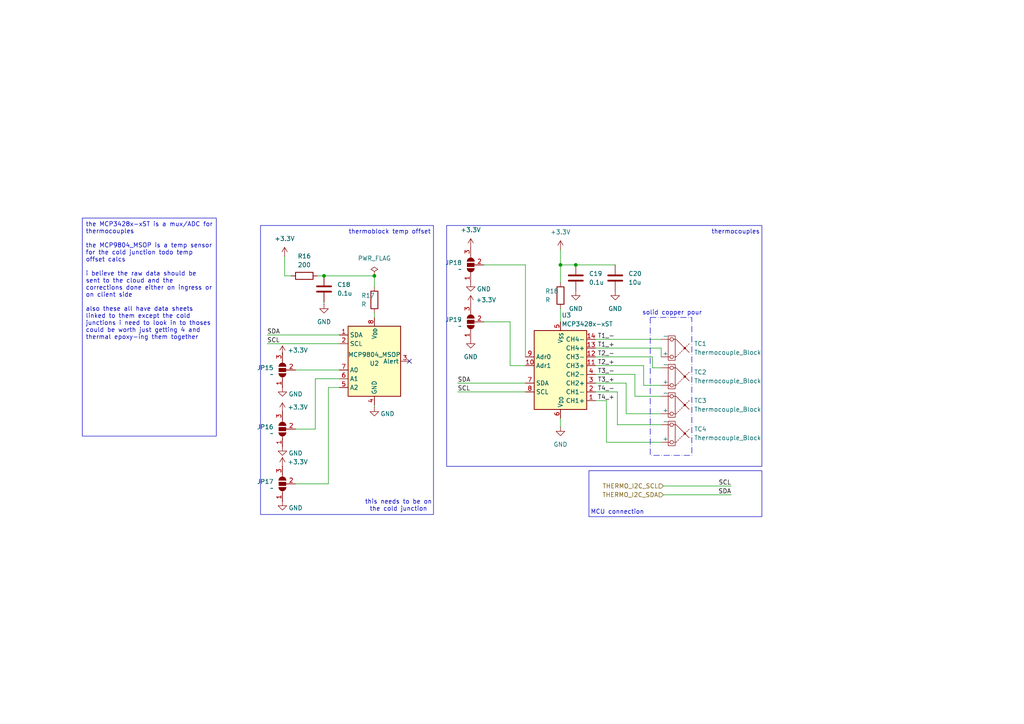
<source format=kicad_sch>
(kicad_sch (version 20231120) (generator "eeschema") (generator_version "8.0")
  (paper "A4")
  (lib_symbols
    (symbol "Analog_ADC:MCP3428x-xST"
      (property "Reference" "U" (at -6.35 11.43 0))
      (property "Value" "MCP3428x-xST" (at 1.27 11.43 0))
      (symbol "MCP3428x-xST_0_1"
        (rectangle (start -7.62 10.16) (end 7.62 -12.7) (stroke (width 0.254)) (fill (type background)))
      )
      (symbol "MCP3428x-xST_1_1"
        (pin input line (at -10.16 7.62 0) (length 2.54) (name "CH1+") (number "1"))
        (pin input line (at 10.16 -2.54 180) (length 2.54) (name "Adr1") (number "10"))
        (pin input line (at -10.16 -2.54 0) (length 2.54) (name "CH3+") (number "11"))
        (pin input line (at -10.16 -5.08 0) (length 2.54) (name "CH3-") (number "12"))
        (pin input line (at -10.16 -7.62 0) (length 2.54) (name "CH4+") (number "13"))
        (pin input line (at -10.16 -10.16 0) (length 2.54) (name "CH4-") (number "14"))
        (pin input line (at -10.16 5.08 0) (length 2.54) (name "CH1-") (number "2"))
        (pin input line (at -10.16 2.54 0) (length 2.54) (name "CH2+") (number "3"))
        (pin input line (at -10.16 0 0) (length 2.54) (name "CH2-") (number "4"))
        (pin power_in line (at 0 -15.24 90) (length 2.54) (name "V_{SS}") (number "5"))
        (pin power_in line (at 0 12.7 270) (length 2.54) (name "V_{DD}") (number "6"))
        (pin bidirectional line (at 10.16 2.54 180) (length 2.54) (name "SDA") (number "7"))
        (pin input line (at 10.16 5.08 180) (length 2.54) (name "SCL") (number "8"))
        (pin input line (at 10.16 -5.08 180) (length 2.54) (name "Adr0") (number "9"))
      )
    )
    (symbol "Device:C" (pin_numbers hide) (pin_names (offset 0.254))
      (property "Reference" "C" (at 0.635 2.54 0))
      (property "Value" "C" (at 0.635 -2.54 0))
      (symbol "C_0_1"
        (polyline (pts (xy -2.032 -0.762) (xy 2.032 -0.762)) (stroke (width 0.508)))
        (polyline (pts (xy -2.032 0.762) (xy 2.032 0.762)) (stroke (width 0.508)))
      )
      (symbol "C_1_1"
        (pin passive line (at 0 3.81 270) (length 2.794) (name "~") (number "1"))
        (pin passive line (at 0 -3.81 90) (length 2.794) (name "~") (number "2"))
      )
    )
    (symbol "Device:R" (pin_numbers hide) (pin_names (offset 0))
      (property "Reference" "R" (at 2.032 0 90))
      (property "Value" "R" (at 0 0 90))
      (symbol "R_0_1"
        (rectangle (start -1.016 -2.54) (end 1.016 2.54) (stroke (width 0.254)))
      )
      (symbol "R_1_1"
        (pin passive line (at 0 3.81 270) (length 1.27) (name "~") (number "1"))
        (pin passive line (at 0 -3.81 90) (length 1.27) (name "~") (number "2"))
      )
    )
    (symbol "Device:Thermocouple_Block" (pin_numbers hide) (pin_names (offset 0))
      (property "Reference" "TC" (at -3.048 3.81 0))
      (property "Value" "Thermocouple_Block" (at -5.08 -4.064 0))
      (symbol "Thermocouple_Block_0_1"
        (circle (center -1.778 0) (radius 0.254) (fill (type outline)))
        (polyline (pts (xy -2.794 -1.016) (xy -3.048 -1.27)))
        (polyline (pts (xy -2.286 -0.508) (xy -2.54 -0.762)))
        (polyline (pts (xy -1.778 0) (xy -2.032 -0.254)))
        (polyline (pts (xy -1.27 0.508) (xy -1.524 0.254)))
        (polyline (pts (xy -0.762 1.016) (xy -1.016 0.762)))
        (polyline (pts (xy -0.254 1.524) (xy -0.508 1.27)))
        (polyline (pts (xy 0.254 2.032) (xy 0 1.778)))
        (polyline (pts (xy 0.762 2.54) (xy 0.508 2.286)))
        (polyline (pts (xy 1.27 -2.54) (xy 1.016 -2.54)))
        (polyline (pts (xy 1.27 2.54) (xy 0.762 2.54)))
        (polyline (pts (xy 1.524 -2.54) (xy 0.762 -2.54) (xy -3.048 1.27)))
        (rectangle (start 1.016 3.556) (end 3.048 -3.556))
        (circle (center 2.032 -2.54) (radius 0.508))
        (circle (center 2.032 2.54) (radius 0.508))
      )
      (symbol "Thermocouple_Block_1_1"
        (pin passive line (at 5.08 2.54 180) (length 2.54) (name "+") (number "1"))
        (pin passive line (at 5.08 -2.54 180) (length 2.54) (name "-") (number "2"))
      )
    )
    (symbol "Jumper:SolderJumper_3_Open" (pin_names (offset 0) hide)
      (property "Reference" "JP" (at -2.54 -2.54 0))
      (property "Value" "SolderJumper_3_Open" (at 0 2.794 0))
      (symbol "SolderJumper_3_Open_0_1"
        (arc (start -1.016 1.016) (mid -2.0276 0) (end -1.016 -1.016))
        (arc (start -1.016 1.016) (mid -2.0276 0) (end -1.016 -1.016) (fill (type outline)))
        (rectangle (start -0.508 1.016) (end 0.508 -1.016) (fill (type outline)))
        (polyline (pts (xy -2.54 0) (xy -2.032 0)))
        (polyline (pts (xy -1.016 1.016) (xy -1.016 -1.016)))
        (polyline (pts (xy 0 -1.27) (xy 0 -1.016)))
        (polyline (pts (xy 1.016 1.016) (xy 1.016 -1.016)))
        (polyline (pts (xy 2.54 0) (xy 2.032 0)))
        (arc (start 1.016 -1.016) (mid 2.0276 0) (end 1.016 1.016))
        (arc (start 1.016 -1.016) (mid 2.0276 0) (end 1.016 1.016) (fill (type outline)))
      )
      (symbol "SolderJumper_3_Open_1_1"
        (pin passive line (at -5.08 0 0) (length 2.54) (name "A") (number "1"))
        (pin passive line (at 0 -3.81 90) (length 2.54) (name "C") (number "2"))
        (pin passive line (at 5.08 0 180) (length 2.54) (name "B") (number "3"))
      )
    )
    (symbol "Sensor_Temperature:MCP9804_MSOP"
      (property "Reference" "U" (at -6.35 11.43 0))
      (property "Value" "MCP9804_MSOP" (at 10.16 11.43 0))
      (symbol "MCP9804_MSOP_0_1"
        (rectangle (start -7.62 10.16) (end 7.62 -10.16) (stroke (width 0.254)) (fill (type background)))
      )
      (symbol "MCP9804_MSOP_1_1"
        (pin bidirectional line (at -10.16 7.62 0) (length 2.54) (name "SDA") (number "1"))
        (pin input line (at -10.16 5.08 0) (length 2.54) (name "SCL") (number "2"))
        (pin output line (at 10.16 0 180) (length 2.54) (name "Alert") (number "3"))
        (pin power_in line (at 0 -12.7 90) (length 2.54) (name "GND") (number "4"))
        (pin input line (at -10.16 -7.62 0) (length 2.54) (name "A2") (number "5"))
        (pin input line (at -10.16 -5.08 0) (length 2.54) (name "A1") (number "6"))
        (pin input line (at -10.16 -2.54 0) (length 2.54) (name "A0") (number "7"))
        (pin power_in line (at 0 12.7 270) (length 2.54) (name "V_{DD}") (number "8"))
      )
    )
    (symbol "power:+3.3V" (power) (pin_numbers hide) (pin_names (offset 0) hide)
      (property "Value" "+3.3V" (at 0 3.556 0))
      (symbol "+3.3V_0_1"
        (polyline (pts (xy -0.762 1.27) (xy 0 2.54)))
        (polyline (pts (xy 0 0) (xy 0 2.54)))
        (polyline (pts (xy 0 2.54) (xy 0.762 1.27)))
      )
      (symbol "+3.3V_1_1"
        (pin power_in line (at 0 0 90) (length 0) (name "~") (number "1"))
      )
    )
    (symbol "power:GND" (power) (pin_numbers hide) (pin_names (offset 0) hide)
      (property "Value" "GND" (at 0 -3.81 0))
      (symbol "GND_0_1"
        (polyline (pts (xy 0 0) (xy 0 -1.27) (xy 1.27 -1.27) (xy 0 -2.54) (xy -1.27 -1.27) (xy 0 -1.27)))
      )
      (symbol "GND_1_1"
        (pin power_in line (at 0 0 270) (length 0) (name "~") (number "1"))
      )
    )
    (symbol "power:PWR_FLAG" (power) (pin_numbers hide) (pin_names (offset 0) hide)
      (property "Value" "PWR_FLAG" (at 0 3.81 0))
      (symbol "PWR_FLAG_0_0"
        (pin power_out line (at 0 0 90) (length 0) (name "~") (number "1"))
      )
      (symbol "PWR_FLAG_0_1"
        (polyline (pts (xy 0 0) (xy 0 1.27) (xy -1.016 1.905) (xy 0 2.54) (xy 1.016 1.905) (xy 0 1.27)))
      )
    )
  )
  (junction (at 93.98 80.01))
  (junction (at 108.585 80.01))
  (junction (at 167.005 76.835))
  (junction (at 162.56 76.835))
  (no_connect (at 118.745 104.775))
  (wire (pts (xy 81.915 102.87) (xy 81.915 102.235)))
  (wire (pts (xy 172.72 113.665) (xy 179.07 113.665)))
  (wire (pts (xy 172.72 108.585) (xy 184.15 108.585)))
  (wire (pts (xy 92.075 80.01) (xy 93.98 80.01)))
  (wire (pts (xy 132.715 113.665) (xy 152.4 113.665)))
  (wire (pts (xy 93.98 80.01) (xy 108.585 80.01)))
  (wire (pts (xy 82.55 74.295) (xy 82.55 80.01)))
  (wire (pts (xy 98.425 109.855) (xy 91.44 109.855)))
  (wire (pts (xy 162.56 123.825) (xy 162.56 121.285)))
  (wire (pts (xy 192.405 140.97) (xy 212.09 140.97)))
  (wire (pts (xy 167.005 76.835) (xy 162.56 76.835)))
  (wire (pts (xy 98.425 112.395) (xy 95.25 112.395)))
  (wire (pts (xy 162.56 72.39) (xy 162.56 76.835)))
  (wire (pts (xy 191.77 100.965) (xy 191.77 103.505)))
  (wire (pts (xy 147.955 106.045) (xy 152.4 106.045)))
  (wire (pts (xy 162.56 76.835) (xy 162.56 81.915)))
  (wire (pts (xy 91.44 109.855) (xy 91.44 124.46)))
  (wire (pts (xy 189.23 103.505) (xy 189.23 106.68)))
  (wire (pts (xy 172.72 103.505) (xy 189.23 103.505)))
  (wire (pts (xy 189.23 106.68) (xy 191.77 106.68)))
  (wire (pts (xy 184.15 114.935) (xy 191.77 114.935)))
  (wire (pts (xy 91.44 124.46) (xy 85.725 124.46)))
  (wire (pts (xy 152.4 76.835) (xy 140.335 76.835)))
  (wire (pts (xy 184.15 108.585) (xy 184.15 114.935)))
  (wire (pts (xy 175.895 116.205) (xy 175.895 128.27)))
  (wire (pts (xy 192.405 143.51) (xy 212.09 143.51)))
  (wire (pts (xy 147.955 93.345) (xy 147.955 106.045)))
  (wire (pts (xy 140.335 93.345) (xy 147.955 93.345)))
  (wire (pts (xy 152.4 111.125) (xy 132.715 111.125)))
  (wire (pts (xy 175.895 128.27) (xy 191.77 128.27)))
  (wire (pts (xy 95.25 140.335) (xy 85.725 140.335)))
  (wire (pts (xy 108.585 80.01) (xy 108.585 83.185)))
  (wire (pts (xy 172.72 100.965) (xy 191.77 100.965)))
  (wire (pts (xy 82.55 80.01) (xy 84.455 80.01)))
  (wire (pts (xy 167.005 76.835) (xy 178.435 76.835)))
  (wire (pts (xy 172.72 98.425) (xy 191.77 98.425)))
  (wire (pts (xy 186.69 111.76) (xy 191.77 111.76)))
  (wire (pts (xy 95.25 112.395) (xy 95.25 140.335)))
  (wire (pts (xy 152.4 103.505) (xy 152.4 76.835)))
  (wire (pts (xy 179.07 113.665) (xy 179.07 123.19)))
  (wire (pts (xy 93.98 87.63) (xy 93.98 88.265)))
  (wire (pts (xy 108.585 90.805) (xy 108.585 92.075)))
  (wire (pts (xy 172.72 106.045) (xy 186.69 106.045)))
  (wire (pts (xy 181.61 111.125) (xy 181.61 120.015)))
  (wire (pts (xy 77.47 97.155) (xy 98.425 97.155)))
  (wire (pts (xy 77.47 99.695) (xy 98.425 99.695)))
  (wire (pts (xy 172.72 111.125) (xy 181.61 111.125)))
  (wire (pts (xy 172.72 116.205) (xy 175.895 116.205)))
  (wire (pts (xy 85.725 107.315) (xy 98.425 107.315)))
  (wire (pts (xy 186.69 106.045) (xy 186.69 111.76)))
  (wire (pts (xy 162.56 89.535) (xy 162.56 93.345)))
  (wire (pts (xy 108.585 117.475) (xy 108.585 118.11)))
  (wire (pts (xy 179.07 123.19) (xy 191.77 123.19)))
  (wire (pts (xy 181.61 120.015) (xy 191.77 120.015)))
  (rectangle (start 188.595 92.075) (end 200.66 132.08) (stroke (width 0) (type dash_dot)))
  (rectangle (start 75.565 65.405) (end 125.73 149.225))
  (rectangle (start 129.54 65.405) (end 220.98 135.255))
  (rectangle (start 170.815 136.525) (end 220.98 149.86))
  (text_box "the MCP3428x-xST is a mux/ADC for thermocouples\n\nthe MCP9804_MSOP is a temp sensor for the cold junction todo temp offset calcs\n\ni believe the raw data should be sent to the cloud and the corrections done either on ingress or on client side\n\nalso these all have data sheets linked to them except the cold junctions i need to look in to thoses\ncould be worth just getting 4 and thermal epoxy-ing them together" (at 23.876 63.246 0) (size 38.862 63.246) (effects (font (size 1.27 1.27)) (justify left top)))
  (text "MCU connection\n" (at 179.07 148.59 0) (effects (font (size 1.27 1.27))))
  (text "thermocouples\n" (at 213.36 67.31 0) (effects (font (size 1.27 1.27))))
  (text "thermoblock temp offset" (at 113.03 67.31 0) (effects (font (size 1.27 1.27))))
  (text "this needs to be on\nthe cold junction\n" (at 115.57 146.685 0) (effects (font (size 1.27 1.27))))
  (text "solid copper pour\n" (at 194.945 90.805 0) (effects (font (size 1.27 1.27))))
  (label "SCL" (at 212.09 140.97 180))
  (label "SDA" (at 212.09 143.51 180))
  (label "T1_+" (at 173.355 100.965 0))
  (label "T3_+" (at 173.355 111.125 0))
  (label "SDA" (at 132.715 111.125 0))
  (label "SCL" (at 132.715 113.665 0))
  (label "T1_-" (at 173.355 98.425 0))
  (label "T3_-" (at 173.355 108.585 0))
  (label "T4_-" (at 173.355 113.665 0))
  (label "SCL" (at 77.47 99.695 0))
  (label "T4_+" (at 173.355 116.205 0))
  (label "T2_+" (at 173.355 106.045 0))
  (label "T2_-" (at 173.355 103.505 0))
  (label "SDA" (at 77.47 97.155 0))
  (hierarchical_label "THERMO_I2C_SCL" (shape input) (at 192.405 140.97 180))
  (hierarchical_label "THERMO_I2C_SDA" (shape input) (at 192.405 143.51 180))
  (symbol (lib_id "power:+3.3V") (at 136.525 88.265 0) (unit 1)
    (property "Reference" "#PWR085" (effects (hide yes)))
    (property "Value" "+3.3V" (at 140.97 86.995 0))
    (property "Description" "Power symbol creates a global label with name \"+3.3V\"" (effects (hide yes)))
  )
  (symbol (lib_id "power:GND") (at 81.915 112.395 0) (unit 1)
    (property "Reference" "#PWR075" (effects (hide yes)))
    (property "Value" "GND" (at 85.725 114.3 0))
    (property "Description" "Power symbol creates a global label with name \"GND\" , ground" (effects (hide yes)))
  )
  (symbol (lib_id "power:GND") (at 81.915 145.415 0) (unit 1)
    (property "Reference" "#PWR079" (effects (hide yes)))
    (property "Value" "GND" (at 85.725 147.32 0))
    (property "Description" "Power symbol creates a global label with name \"GND\" , ground" (effects (hide yes)))
  )
  (symbol (lib_id "power:GND") (at 178.435 84.455 0) (unit 1)
    (property "Reference" "#PWR090" (effects (hide yes)))
    (property "Value" "GND" (at 178.435 89.535 0))
    (property "Description" "Power symbol creates a global label with name \"GND\" , ground" (effects (hide yes)))
  )
  (symbol (lib_id "Jumper:SolderJumper_3_Open") (at 81.915 107.315 90) (unit 1)
    (property "Reference" "JP15" (at 79.375 106.6799 90) (effects (justify left)))
    (property "Value" "~" (at 79.375 108.585 90) (effects (justify left)))
    (property "Footprint" "Jumper:SolderJumper-3_P1.3mm_Open_RoundedPad1.0x1.5mm" (effects (hide yes)))
    (property "Description" "Solder Jumper, 3-pole, open" (effects (hide yes)))
  )
  (symbol (lib_id "Device:Thermocouple_Block") (at 196.85 125.73 180) (unit 1)
    (property "Reference" "TC4" (at 201.295 124.4599 0) (effects (justify right)))
    (property "Value" "Thermocouple_Block" (at 201.295 126.9999 0) (effects (justify right)))
    (property "Footprint" "TerminalBlock:TerminalBlock_Altech_AK300-2_P5.00mm" (effects (hide yes)))
    (property "Description" "Thermocouple with isothermal block" (effects (hide yes)))
  )
  (symbol (lib_id "power:GND") (at 167.005 84.455 0) (unit 1)
    (property "Reference" "#PWR089" (effects (hide yes)))
    (property "Value" "GND" (at 167.005 89.535 0))
    (property "Description" "Power symbol creates a global label with name \"GND\" , ground" (effects (hide yes)))
  )
  (symbol (lib_id "power:GND") (at 81.915 129.54 0) (unit 1)
    (property "Reference" "#PWR077" (effects (hide yes)))
    (property "Value" "GND" (at 85.725 131.445 0))
    (property "Description" "Power symbol creates a global label with name \"GND\" , ground" (effects (hide yes)))
  )
  (symbol (lib_id "power:+3.3V") (at 136.525 71.755 0) (unit 1)
    (property "Reference" "#PWR083" (effects (hide yes)))
    (property "Value" "+3.3V" (at 136.525 66.675 0))
    (property "Description" "Power symbol creates a global label with name \"+3.3V\"" (effects (hide yes)))
  )
  (symbol (lib_id "Device:Thermocouple_Block") (at 196.85 117.475 180) (unit 1)
    (property "Reference" "TC3" (at 201.295 116.2049 0) (effects (justify right)))
    (property "Value" "Thermocouple_Block" (at 201.295 118.7449 0) (effects (justify right)))
    (property "Footprint" "TerminalBlock:TerminalBlock_Altech_AK300-2_P5.00mm" (effects (hide yes)))
    (property "Description" "Thermocouple with isothermal block" (effects (hide yes)))
  )
  (symbol (lib_id "Device:R") (at 88.265 80.01 90) (unit 1)
    (property "Reference" "R16" (at 88.265 74.295 90))
    (property "Value" "200" (at 88.265 76.835 90))
    (property "Footprint" "Resistor_SMD:R_0603_1608Metric_Pad0.98x0.95mm_HandSolder" (effects (hide yes)))
    (property "Description" "Resistor" (effects (hide yes)))
  )
  (symbol (lib_id "power:+3.3V") (at 81.915 135.255 0) (unit 1)
    (property "Reference" "#PWR078" (effects (hide yes)))
    (property "Value" "+3.3V" (at 86.36 133.985 0))
    (property "Description" "Power symbol creates a global label with name \"+3.3V\"" (effects (hide yes)))
  )
  (symbol (lib_id "power:GND") (at 136.525 98.425 0) (unit 1)
    (property "Reference" "#PWR086" (effects (hide yes)))
    (property "Value" "GND" (at 136.525 103.505 0))
    (property "Description" "Power symbol creates a global label with name \"GND\" , ground" (effects (hide yes)))
  )
  (symbol (lib_id "power:GND") (at 136.525 81.915 0) (unit 1)
    (property "Reference" "#PWR084" (effects (hide yes)))
    (property "Value" "GND" (at 140.335 83.82 0))
    (property "Description" "Power symbol creates a global label with name \"GND\" , ground" (effects (hide yes)))
  )
  (symbol (lib_id "Device:Thermocouple_Block") (at 196.85 100.965 180) (unit 1)
    (property "Reference" "TC1" (at 201.295 99.6949 0) (effects (justify right)))
    (property "Value" "Thermocouple_Block" (at 201.295 102.2349 0) (effects (justify right)))
    (property "Footprint" "TerminalBlock:TerminalBlock_Altech_AK300-2_P5.00mm" (effects (hide yes)))
    (property "Description" "Thermocouple with isothermal block" (effects (hide yes)))
  )
  (symbol (lib_id "power:GND") (at 108.585 118.11 0) (unit 1)
    (property "Reference" "#PWR082" (effects (hide yes)))
    (property "Value" "GND" (at 112.395 120.015 0))
    (property "Description" "Power symbol creates a global label with name \"GND\" , ground" (effects (hide yes)))
  )
  (symbol (lib_id "power:+3.3V") (at 81.915 102.87 0) (unit 1)
    (property "Reference" "#PWR074" (effects (hide yes)))
    (property "Value" "+3.3V" (at 86.36 101.6 0))
    (property "Description" "Power symbol creates a global label with name \"+3.3V\"" (effects (hide yes)))
  )
  (symbol (lib_id "Jumper:SolderJumper_3_Open") (at 81.915 124.46 90) (unit 1)
    (property "Reference" "JP16" (at 79.375 123.8249 90) (effects (justify left)))
    (property "Value" "~" (at 79.375 125.73 90) (effects (justify left)))
    (property "Footprint" "Jumper:SolderJumper-3_P1.3mm_Open_RoundedPad1.0x1.5mm" (effects (hide yes)))
    (property "Description" "Solder Jumper, 3-pole, open" (effects (hide yes)))
  )
  (symbol (lib_id "power:GND") (at 93.98 88.265 0) (unit 1)
    (property "Reference" "#PWR081" (effects (hide yes)))
    (property "Value" "GND" (at 93.98 93.345 0))
    (property "Description" "Power symbol creates a global label with name \"GND\" , ground" (effects (hide yes)))
  )
  (symbol (lib_id "Device:C") (at 93.98 83.82 0) (unit 1)
    (property "Reference" "C18" (at 97.79 82.5499 0) (effects (justify left)))
    (property "Value" "0.1u" (at 97.79 85.0899 0) (effects (justify left)))
    (property "Footprint" "Capacitor_SMD:C_0603_1608Metric_Pad1.08x0.95mm_HandSolder" (effects (hide yes)))
    (property "Description" "Unpolarized capacitor" (effects (hide yes)))
  )
  (symbol (lib_id "Jumper:SolderJumper_3_Open") (at 81.915 140.335 90) (unit 1)
    (property "Reference" "JP17" (at 79.375 139.6999 90) (effects (justify left)))
    (property "Value" "~" (at 79.375 141.605 90) (effects (justify left)))
    (property "Footprint" "Jumper:SolderJumper-3_P1.3mm_Open_RoundedPad1.0x1.5mm" (effects (hide yes)))
    (property "Description" "Solder Jumper, 3-pole, open" (effects (hide yes)))
  )
  (symbol (lib_id "Device:C") (at 178.435 80.645 0) (unit 1)
    (property "Reference" "C20" (at 182.245 79.3749 0) (effects (justify left)))
    (property "Value" "10u" (at 182.245 81.9149 0) (effects (justify left)))
    (property "Footprint" "Capacitor_SMD:C_0603_1608Metric_Pad1.08x0.95mm_HandSolder" (effects (hide yes)))
    (property "Description" "Unpolarized capacitor" (effects (hide yes)))
  )
  (symbol (lib_id "Jumper:SolderJumper_3_Open") (at 136.525 76.835 90) (unit 1)
    (property "Reference" "JP18" (at 133.985 76.1999 90) (effects (justify left)))
    (property "Value" "~" (at 133.985 78.105 90) (effects (justify left)))
    (property "Footprint" "Jumper:SolderJumper-3_P1.3mm_Open_RoundedPad1.0x1.5mm" (effects (hide yes)))
    (property "Description" "Solder Jumper, 3-pole, open" (effects (hide yes)))
  )
  (symbol (lib_id "Analog_ADC:MCP3428x-xST") (at 162.56 108.585 180) (unit 1)
    (property "Reference" "U3" (at 162.9059 91.44 0) (effects (justify right)))
    (property "Value" "MCP3428x-xST" (at 162.9059 93.98 0) (effects (justify right)))
    (property "Footprint" "Package_SO:TSSOP-14_4.4x5mm_P0.65mm" (effects (hide yes)))
    (property "Datasheet" "http://ww1.microchip.com/downloads/en/DeviceDoc/22226a.pdf" (effects (hide yes)))
    (property "Description" "16-Bit, Multi-Channel ΔΣ Analog-to-Digital Converter with I2C Interface and On-Board Reference, TSSOP-14" (effects (hide yes)))
  )
  (symbol (lib_id "power:+3.3V") (at 82.55 74.295 0) (unit 1)
    (property "Reference" "#PWR080" (effects (hide yes)))
    (property "Value" "+3.3V" (at 82.55 69.215 0))
    (property "Description" "Power symbol creates a global label with name \"+3.3V\"" (effects (hide yes)))
  )
  (symbol (lib_id "power:PWR_FLAG") (at 108.585 80.01 0) (unit 1)
    (property "Reference" "#FLG011" (effects (hide yes)))
    (property "Value" "PWR_FLAG" (at 108.585 74.93 0))
    (property "Description" "Special symbol for telling ERC where power comes from" (effects (hide yes)))
  )
  (symbol (lib_id "Jumper:SolderJumper_3_Open") (at 136.525 93.345 90) (unit 1)
    (property "Reference" "JP19" (at 133.985 92.7099 90) (effects (justify left)))
    (property "Value" "~" (at 133.985 94.615 90) (effects (justify left)))
    (property "Footprint" "Jumper:SolderJumper-3_P1.3mm_Open_RoundedPad1.0x1.5mm" (effects (hide yes)))
    (property "Description" "Solder Jumper, 3-pole, open" (effects (hide yes)))
  )
  (symbol (lib_id "Device:Thermocouple_Block") (at 196.85 109.22 180) (unit 1)
    (property "Reference" "TC2" (at 201.295 107.9499 0) (effects (justify right)))
    (property "Value" "Thermocouple_Block" (at 201.295 110.4899 0) (effects (justify right)))
    (property "Footprint" "TerminalBlock:TerminalBlock_Altech_AK300-2_P5.00mm" (effects (hide yes)))
    (property "Description" "Thermocouple with isothermal block" (effects (hide yes)))
  )
  (symbol (lib_id "Device:C") (at 167.005 80.645 0) (unit 1)
    (property "Reference" "C19" (at 170.815 79.3749 0) (effects (justify left)))
    (property "Value" "0.1u" (at 170.815 81.9149 0) (effects (justify left)))
    (property "Footprint" "Capacitor_SMD:C_0603_1608Metric_Pad1.08x0.95mm_HandSolder" (effects (hide yes)))
    (property "Description" "Unpolarized capacitor" (effects (hide yes)))
  )
  (symbol (lib_id "power:+3.3V") (at 162.56 72.39 0) (unit 1)
    (property "Reference" "#PWR087" (effects (hide yes)))
    (property "Value" "+3.3V" (at 162.56 67.31 0))
    (property "Description" "Power symbol creates a global label with name \"+3.3V\"" (effects (hide yes)))
  )
  (symbol (lib_id "Sensor_Temperature:MCP9804_MSOP") (at 108.585 104.775 0) (unit 1)
    (property "Reference" "U2" (at 108.585 105.41 0))
    (property "Value" "MCP9804_MSOP" (at 108.585 102.87 0))
    (property "Footprint" "Package_SO:MSOP-8_3x3mm_P0.65mm" (effects (hide yes)))
    (property "Datasheet" "http://ww1.microchip.com/downloads/en/DeviceDoc/22203b.pdf" (effects (hide yes)))
    (property "Description" "+/-0.25C (+/-1C) Typical (Maximum), Digital Temperature Sensor, MSOP-8" (effects (hide yes)))
  )
  (symbol (lib_id "power:+3.3V") (at 81.915 119.38 0) (unit 1)
    (property "Reference" "#PWR076" (effects (hide yes)))
    (property "Value" "+3.3V" (at 86.36 118.11 0))
    (property "Description" "Power symbol creates a global label with name \"+3.3V\"" (effects (hide yes)))
  )
  (symbol (lib_id "Device:R") (at 108.585 86.995 0) (unit 1)
    (property "Reference" "R17" (at 104.775 85.725 0) (effects (justify left)))
    (property "Value" "R" (at 104.775 88.265 0) (effects (justify left)))
    (property "Footprint" "Resistor_SMD:R_0603_1608Metric_Pad0.98x0.95mm_HandSolder" (effects (hide yes)))
    (property "Description" "Resistor" (effects (hide yes)))
  )
  (symbol (lib_id "power:GND") (at 162.56 123.825 0) (unit 1)
    (property "Reference" "#PWR088" (effects (hide yes)))
    (property "Value" "GND" (at 162.56 128.905 0))
    (property "Description" "Power symbol creates a global label with name \"GND\" , ground" (effects (hide yes)))
  )
  (symbol (lib_id "Device:R") (at 162.56 85.725 0) (unit 1)
    (property "Reference" "R18" (at 158.115 84.455 0) (effects (justify left)))
    (property "Value" "R" (at 158.115 86.995 0) (effects (justify left)))
    (property "Footprint" "Resistor_SMD:R_0603_1608Metric_Pad0.98x0.95mm_HandSolder" (effects (hide yes)))
    (property "Description" "Resistor" (effects (hide yes)))
  )
)
</source>
